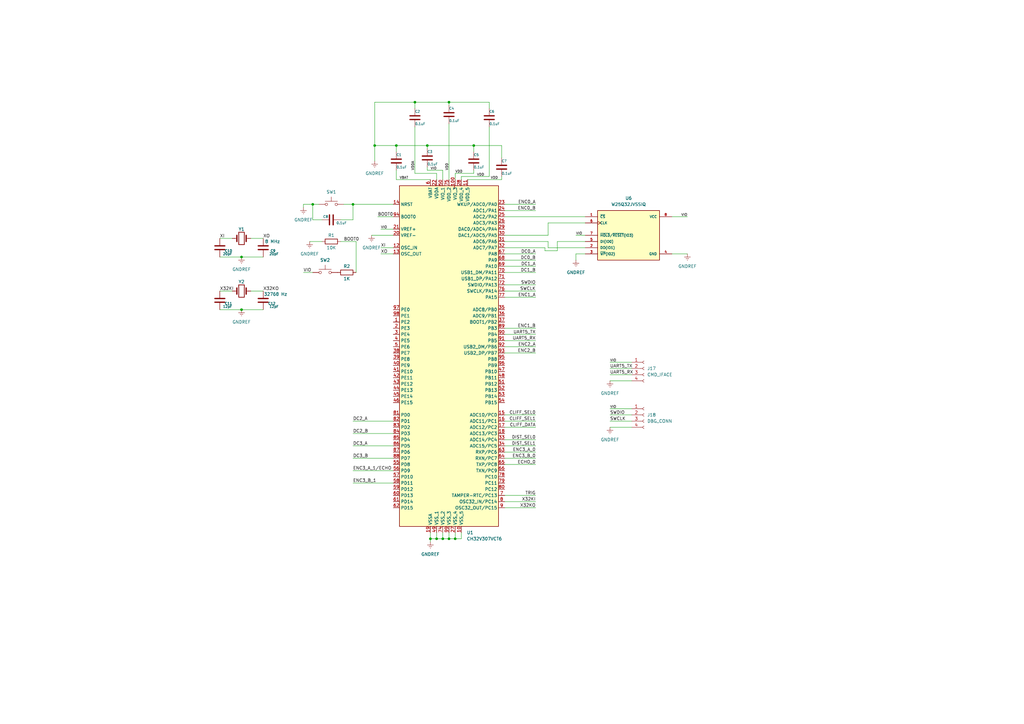
<source format=kicad_sch>
(kicad_sch (version 20230121) (generator eeschema)
  (paper "A3")
  (lib_symbols
    (symbol "Connector:Conn_01x04_Socket" (pin_names (offset 1.016) hide)
      (property "Reference" "J" (at 0 5.08 0))
      (property "Value" "Conn_01x04_Socket" (at 0 -7.62 0))
      (symbol "Conn_01x04_Socket_1_1"
        (arc (start 0 -4.572) (mid -0.5058 -5.08) (end 0 -5.588) (stroke (width 0.1524)))
        (arc (start 0 -2.032) (mid -0.5058 -2.54) (end 0 -3.048) (stroke (width 0.1524)))
        (polyline (pts (xy -1.27 -5.08) (xy -0.508 -5.08)) (stroke (width 0.1524)))
        (polyline (pts (xy -1.27 -2.54) (xy -0.508 -2.54)) (stroke (width 0.1524)))
        (polyline (pts (xy -1.27 0) (xy -0.508 0)) (stroke (width 0.1524)))
        (polyline (pts (xy -1.27 2.54) (xy -0.508 2.54)) (stroke (width 0.1524)))
        (arc (start 0 0.508) (mid -0.5058 0) (end 0 -0.508) (stroke (width 0.1524)))
        (arc (start 0 3.048) (mid -0.5058 2.54) (end 0 2.032) (stroke (width 0.1524)))
        (pin passive line (at -5.08 2.54 0) (length 3.81) (name "Pin_1") (number "1"))
        (pin passive line (at -5.08 0 0) (length 3.81) (name "Pin_2") (number "2"))
        (pin passive line (at -5.08 -2.54 0) (length 3.81) (name "Pin_3") (number "3"))
        (pin passive line (at -5.08 -5.08 0) (length 3.81) (name "Pin_4") (number "4"))
      )
    )
    (symbol "Device:C" (pin_numbers hide) (pin_names (offset 0.254))
      (property "Reference" "C" (at 0.635 2.54 0))
      (property "Value" "C" (at 0.635 -2.54 0))
      (symbol "C_0_1"
        (polyline (pts (xy -2.032 -0.762) (xy 2.032 -0.762)) (stroke (width 0.508)))
        (polyline (pts (xy -2.032 0.762) (xy 2.032 0.762)) (stroke (width 0.508)))
      )
      (symbol "C_1_1"
        (pin passive line (at 0 3.81 270) (length 2.794) (name "~") (number "1"))
        (pin passive line (at 0 -3.81 90) (length 2.794) (name "~") (number "2"))
      )
    )
    (symbol "Device:Crystal" (pin_numbers hide) (pin_names (offset 1.016) hide)
      (property "Reference" "Y" (at 0 3.81 0))
      (property "Value" "Crystal" (at 0 -3.81 0))
      (symbol "Crystal_0_1"
        (rectangle (start -1.143 2.54) (end 1.143 -2.54) (stroke (width 0.3048)))
        (polyline (pts (xy -2.54 0) (xy -1.905 0)))
        (polyline (pts (xy -1.905 -1.27) (xy -1.905 1.27)) (stroke (width 0.508)))
        (polyline (pts (xy 1.905 -1.27) (xy 1.905 1.27)) (stroke (width 0.508)))
        (polyline (pts (xy 2.54 0) (xy 1.905 0)))
      )
      (symbol "Crystal_1_1"
        (pin passive line (at -3.81 0 0) (length 1.27) (name "1") (number "1"))
        (pin passive line (at 3.81 0 180) (length 1.27) (name "2") (number "2"))
      )
    )
    (symbol "Device:R" (pin_numbers hide) (pin_names (offset 0))
      (property "Reference" "R" (at 2.032 0 90))
      (property "Value" "R" (at 0 0 90))
      (symbol "R_0_1"
        (rectangle (start -1.016 -2.54) (end 1.016 2.54) (stroke (width 0.254)))
      )
      (symbol "R_1_1"
        (pin passive line (at 0 3.81 270) (length 1.27) (name "~") (number "1"))
        (pin passive line (at 0 -3.81 90) (length 1.27) (name "~") (number "2"))
      )
    )
    (symbol "Switch:SW_Push" (pin_numbers hide) (pin_names (offset 1.016) hide)
      (property "Reference" "SW" (at 1.27 2.54 0))
      (property "Value" "SW_Push" (at 0 -1.524 0))
      (symbol "SW_Push_0_1"
        (circle (center -2.032 0) (radius 0.508))
        (polyline (pts (xy 0 1.27) (xy 0 3.048)))
        (polyline (pts (xy 2.54 1.27) (xy -2.54 1.27)))
        (circle (center 2.032 0) (radius 0.508))
        (pin passive line (at -5.08 0 0) (length 2.54) (name "1") (number "1"))
        (pin passive line (at 5.08 0 180) (length 2.54) (name "2") (number "2"))
      )
    )
    (symbol "power:GNDREF" (power) (pin_names (offset 0))
      (property "Value" "GND" (at 0 -3.81 0))
      (symbol "GNDREF_0_1"
        (polyline (pts (xy -0.635 -1.905) (xy 0.635 -1.905)))
        (polyline (pts (xy -0.127 -2.54) (xy 0.127 -2.54)))
        (polyline (pts (xy 0 -1.27) (xy 0 0)))
        (polyline (pts (xy 1.27 -1.27) (xy -1.27 -1.27)))
      )
      (symbol "GNDREF_1_1"
        (pin power_in line (at 0 0 270) (length 0) hide (name "GNDREF") (number "1"))
      )
    )
    (symbol "w25q32:W25Q32JVSSIQ" (pin_names (offset 1.016))
      (property "Reference" "U" (at -12.4723 10.945 0))
      (property "Value" "W25Q32JVSSIQ" (at -12.4744 -12.2198 0))
      (symbol "W25Q32JVSSIQ_0_0"
        (rectangle (start -12.7 -10.16) (end 12.7 10.16) (stroke (width 0.254)) (fill (type background)))
        (pin input line (at -17.78 7.62 0) (length 5.08) (name "~{CS}") (number "1"))
        (pin bidirectional line (at -17.78 -5.08 0) (length 5.08) (name "DO(IO1)") (number "2"))
        (pin bidirectional line (at -17.78 -7.62 0) (length 5.08) (name "~{WP}(IO2)") (number "3"))
        (pin power_in line (at 17.78 -7.62 180) (length 5.08) (name "GND") (number "4"))
        (pin bidirectional line (at -17.78 -2.54 0) (length 5.08) (name "DI(IO0)") (number "5"))
        (pin input clock (at -17.78 5.08 0) (length 5.08) (name "CLK") (number "6"))
        (pin bidirectional line (at -17.78 0 0) (length 5.08) (name "~{HOLD}/~{RESET}(IO3)") (number "7"))
        (pin power_in line (at 17.78 7.62 180) (length 5.08) (name "VCC") (number "8"))
      )
    )
    (symbol "wch_mcu:CH32V307VCT6"
      (property "Reference" "U" (at 57.15 -60.96 0))
      (property "Value" "CH32V307VCT6" (at 58.42 -63.5 0))
      (symbol "CH32V307VCT6_0_1"
        (rectangle (start -22.86 68.58) (end 17.78 -71.12) (stroke (width 0.254)) (fill (type background)))
      )
      (symbol "CH32V307VCT6_1_1"
        (pin bidirectional line (at -25.4 12.7 0) (length 2.54) (name "PE2") (number "1"))
        (pin power_in line (at 2.54 -73.66 90) (length 2.54) (name "VSS_5") (number "10"))
        (pin power_in line (at 5.08 71.12 270) (length 2.54) (name "VDD_5") (number "11"))
        (pin bidirectional line (at -25.4 43.18 0) (length 2.54) (name "OSC_IN") (number "12"))
        (pin bidirectional line (at -25.4 40.64 0) (length 2.54) (name "OSC_OUT") (number "13"))
        (pin bidirectional line (at -25.4 60.96 0) (length 2.54) (name "NRST") (number "14"))
        (pin bidirectional line (at 20.32 -25.4 180) (length 2.54) (name "ADC10/PC0") (number "15"))
        (pin bidirectional line (at 20.32 -27.94 180) (length 2.54) (name "ADC11/PC1") (number "16"))
        (pin bidirectional line (at 20.32 -30.48 180) (length 2.54) (name "ADC12/PC2") (number "17"))
        (pin bidirectional line (at 20.32 -33.02 180) (length 2.54) (name "ADC13/PC3") (number "18"))
        (pin power_in line (at -10.16 -73.66 90) (length 2.54) (name "VSSA") (number "19"))
        (pin bidirectional line (at -25.4 10.16 0) (length 2.54) (name "PE3") (number "2"))
        (pin power_in line (at -25.4 48.26 0) (length 2.54) (name "VREF-") (number "20"))
        (pin power_in line (at -25.4 50.8 0) (length 2.54) (name "VREF+") (number "21"))
        (pin power_in line (at -7.62 71.12 270) (length 2.54) (name "VDDA") (number "22"))
        (pin bidirectional line (at 20.32 60.96 180) (length 2.54) (name "WKUP/ADC0/PA0") (number "23"))
        (pin bidirectional line (at 20.32 58.42 180) (length 2.54) (name "ADC1/PA1") (number "24"))
        (pin bidirectional line (at 20.32 55.88 180) (length 2.54) (name "ADC2/PA2") (number "25"))
        (pin bidirectional line (at 20.32 53.34 180) (length 2.54) (name "ADC3/PA3") (number "26"))
        (pin power_in line (at 0 -73.66 90) (length 2.54) (name "VSS_4") (number "27"))
        (pin power_in line (at 2.54 71.12 270) (length 2.54) (name "VDD_4") (number "28"))
        (pin bidirectional line (at 20.32 50.8 180) (length 2.54) (name "DAC0/ADC4/PA4") (number "29"))
        (pin bidirectional line (at -25.4 7.62 0) (length 2.54) (name "PE4") (number "3"))
        (pin bidirectional line (at 20.32 48.26 180) (length 2.54) (name "DAC1/ADC5/PA5") (number "30"))
        (pin bidirectional line (at 20.32 45.72 180) (length 2.54) (name "ADC6/PA6") (number "31"))
        (pin bidirectional line (at 20.32 43.18 180) (length 2.54) (name "ADC7/PA7") (number "32"))
        (pin bidirectional line (at 20.32 -35.56 180) (length 2.54) (name "ADC14/PC4") (number "33"))
        (pin bidirectional line (at 20.32 -38.1 180) (length 2.54) (name "ADC15/PC5") (number "34"))
        (pin bidirectional line (at 20.32 17.78 180) (length 2.54) (name "ADC8/PB0") (number "35"))
        (pin bidirectional line (at 20.32 15.24 180) (length 2.54) (name "ADC9/PB1") (number "36"))
        (pin bidirectional line (at 20.32 12.7 180) (length 2.54) (name "BOOT1/PB2") (number "37"))
        (pin bidirectional line (at -25.4 0 0) (length 2.54) (name "PE7") (number "38"))
        (pin bidirectional line (at -25.4 -2.54 0) (length 2.54) (name "PE8") (number "39"))
        (pin bidirectional line (at -25.4 5.08 0) (length 2.54) (name "PE5") (number "4"))
        (pin bidirectional line (at -25.4 -5.08 0) (length 2.54) (name "PE9") (number "40"))
        (pin bidirectional line (at -25.4 -7.62 0) (length 2.54) (name "PE10") (number "41"))
        (pin bidirectional line (at -25.4 -10.16 0) (length 2.54) (name "PE11") (number "42"))
        (pin bidirectional line (at -25.4 -12.7 0) (length 2.54) (name "PE12") (number "43"))
        (pin bidirectional line (at -25.4 -15.24 0) (length 2.54) (name "PE13") (number "44"))
        (pin bidirectional line (at -25.4 -17.78 0) (length 2.54) (name "PE14") (number "45"))
        (pin bidirectional line (at -25.4 -20.32 0) (length 2.54) (name "PE15") (number "46"))
        (pin bidirectional line (at 20.32 -7.62 180) (length 2.54) (name "PB10") (number "47"))
        (pin bidirectional line (at 20.32 -10.16 180) (length 2.54) (name "PB11") (number "48"))
        (pin power_in line (at -7.62 -73.66 90) (length 2.54) (name "VSS_1") (number "49"))
        (pin bidirectional line (at -25.4 2.54 0) (length 2.54) (name "PE6") (number "5"))
        (pin power_in line (at -5.08 71.12 270) (length 2.54) (name "VIO_1") (number "50"))
        (pin bidirectional line (at 20.32 -12.7 180) (length 2.54) (name "PB12") (number "51"))
        (pin bidirectional line (at 20.32 -15.24 180) (length 2.54) (name "PB13") (number "52"))
        (pin bidirectional line (at 20.32 -17.78 180) (length 2.54) (name "PB14") (number "53"))
        (pin bidirectional line (at 20.32 -20.32 180) (length 2.54) (name "PB15") (number "54"))
        (pin bidirectional line (at -25.4 -45.72 0) (length 2.54) (name "PD8") (number "55"))
        (pin bidirectional line (at -25.4 -48.26 0) (length 2.54) (name "PD9") (number "56"))
        (pin bidirectional line (at -25.4 -50.8 0) (length 2.54) (name "PD10") (number "57"))
        (pin bidirectional line (at -25.4 -53.34 0) (length 2.54) (name "PD11") (number "58"))
        (pin bidirectional line (at -25.4 -55.88 0) (length 2.54) (name "PD12") (number "59"))
        (pin power_in line (at -10.16 71.12 270) (length 2.54) (name "VBAT") (number "6"))
        (pin bidirectional line (at -25.4 -58.42 0) (length 2.54) (name "PD13") (number "60"))
        (pin bidirectional line (at -25.4 -60.96 0) (length 2.54) (name "PD14") (number "61"))
        (pin bidirectional line (at -25.4 -63.5 0) (length 2.54) (name "PD15") (number "62"))
        (pin bidirectional line (at 20.32 -40.64 180) (length 2.54) (name "RXP/PC6") (number "63"))
        (pin bidirectional line (at 20.32 -43.18 180) (length 2.54) (name "RXN/PC7") (number "64"))
        (pin bidirectional line (at 20.32 -45.72 180) (length 2.54) (name "TXP/PC8") (number "65"))
        (pin bidirectional line (at 20.32 -48.26 180) (length 2.54) (name "TXN/PC9") (number "66"))
        (pin bidirectional line (at 20.32 40.64 180) (length 2.54) (name "PA8") (number "67"))
        (pin bidirectional line (at 20.32 38.1 180) (length 2.54) (name "PA9") (number "68"))
        (pin bidirectional line (at 20.32 35.56 180) (length 2.54) (name "PA10") (number "69"))
        (pin bidirectional line (at 20.32 -58.42 180) (length 2.54) (name "TAMPER-RTC/PC13") (number "7"))
        (pin bidirectional line (at 20.32 33.02 180) (length 2.54) (name "USB1_DM/PA11") (number "70"))
        (pin bidirectional line (at 20.32 30.48 180) (length 2.54) (name "USB1_DP/PA12") (number "71"))
        (pin bidirectional line (at 20.32 27.94 180) (length 2.54) (name "SWDIO/PA13") (number "72"))
        (pin no_connect line (at -25.4 22.86 0) (length 2.54) hide (name "NC") (number "73"))
        (pin power_in line (at -5.08 -73.66 90) (length 2.54) (name "VSS_2") (number "74"))
        (pin power_in line (at -2.54 71.12 270) (length 2.54) (name "VDD_2") (number "75"))
        (pin bidirectional line (at 20.32 25.4 180) (length 2.54) (name "SWCLK/PA14") (number "76"))
        (pin bidirectional line (at 20.32 22.86 180) (length 2.54) (name "PA15") (number "77"))
        (pin bidirectional line (at 20.32 -50.8 180) (length 2.54) (name "PC10") (number "78"))
        (pin bidirectional line (at 20.32 -53.34 180) (length 2.54) (name "PC11") (number "79"))
        (pin bidirectional line (at 20.32 -60.96 180) (length 2.54) (name "OSC32_IN/PC14") (number "8"))
        (pin bidirectional line (at 20.32 -55.88 180) (length 2.54) (name "PC12") (number "80"))
        (pin bidirectional line (at -25.4 -25.4 0) (length 2.54) (name "PD0") (number "81"))
        (pin bidirectional line (at -25.4 -27.94 0) (length 2.54) (name "PD1") (number "82"))
        (pin bidirectional line (at -25.4 -30.48 0) (length 2.54) (name "PD2") (number "83"))
        (pin bidirectional line (at -25.4 -33.02 0) (length 2.54) (name "PD3") (number "84"))
        (pin bidirectional line (at -25.4 -35.56 0) (length 2.54) (name "PD4") (number "85"))
        (pin bidirectional line (at -25.4 -38.1 0) (length 2.54) (name "PD5") (number "86"))
        (pin bidirectional line (at -25.4 -40.64 0) (length 2.54) (name "PD6") (number "87"))
        (pin bidirectional line (at -25.4 -43.18 0) (length 2.54) (name "PD7") (number "88"))
        (pin bidirectional line (at 20.32 10.16 180) (length 2.54) (name "PB3") (number "89"))
        (pin bidirectional line (at 20.32 -63.5 180) (length 2.54) (name "OSC32_OUT/PC15") (number "9"))
        (pin bidirectional line (at 20.32 7.62 180) (length 2.54) (name "PB4") (number "90"))
        (pin bidirectional line (at 20.32 5.08 180) (length 2.54) (name "PB5") (number "91"))
        (pin bidirectional line (at 20.32 2.54 180) (length 2.54) (name "USB2_DM/PB6") (number "92"))
        (pin bidirectional line (at 20.32 0 180) (length 2.54) (name "USB2_DP/PB7") (number "93"))
        (pin bidirectional line (at -25.4 55.88 0) (length 2.54) (name "BOOT0") (number "94"))
        (pin bidirectional line (at 20.32 -2.54 180) (length 2.54) (name "PB8") (number "95"))
        (pin bidirectional line (at 20.32 -5.08 180) (length 2.54) (name "PB9") (number "96"))
        (pin bidirectional line (at -25.4 17.78 0) (length 2.54) (name "PE0") (number "97"))
        (pin bidirectional line (at -25.4 15.24 0) (length 2.54) (name "PE1") (number "98"))
        (pin power_in line (at -2.54 -73.66 90) (length 2.54) (name "VSS_3") (number "99"))
        (pin power_in line (at 0 71.12 270) (length 2.54) (name "VIO_3") (number "_100"))
      )
    )
  )
  (junction (at 184.15 220.98))
  (junction (at 175.26 59.69))
  (junction (at 128.27 83.82))
  (junction (at 176.53 220.98))
  (junction (at 184.15 41.91))
  (junction (at 144.78 83.82))
  (junction (at 186.69 220.98))
  (junction (at 181.61 220.98))
  (junction (at 153.67 59.69))
  (junction (at 99.06 127))
  (junction (at 162.56 59.69))
  (junction (at 194.31 59.69))
  (junction (at 99.06 105.41))
  (junction (at 170.18 41.91))
  (junction (at 179.07 220.98))
  (wire (pts (xy 189.23 218.44) (xy 189.23 220.98)))
  (wire (pts (xy 124.46 111.76) (xy 128.27 111.76)))
  (wire (pts (xy 207.01 185.42) (xy 219.71 185.42)))
  (wire (pts (xy 223.52 101.6) (xy 207.01 101.6)))
  (wire (pts (xy 200.66 52.07) (xy 200.66 72.39)))
  (wire (pts (xy 250.19 167.64) (xy 259.08 167.64)))
  (wire (pts (xy 179.07 71.12) (xy 179.07 73.66)))
  (wire (pts (xy 207.01 111.76) (xy 219.71 111.76)))
  (wire (pts (xy 179.07 218.44) (xy 179.07 220.98)))
  (wire (pts (xy 205.74 59.69) (xy 205.74 64.77)))
  (wire (pts (xy 184.15 218.44) (xy 184.15 220.98)))
  (wire (pts (xy 181.61 220.98) (xy 179.07 220.98)))
  (wire (pts (xy 205.74 73.66) (xy 191.77 73.66)))
  (wire (pts (xy 194.31 71.12) (xy 194.31 69.85)))
  (wire (pts (xy 156.21 93.98) (xy 161.29 93.98)))
  (wire (pts (xy 102.87 119.38) (xy 107.95 119.38)))
  (wire (pts (xy 144.78 83.82) (xy 161.29 83.82)))
  (wire (pts (xy 139.7 90.17) (xy 144.78 90.17)))
  (wire (pts (xy 186.69 71.12) (xy 186.69 73.66)))
  (wire (pts (xy 170.18 71.12) (xy 179.07 71.12)))
  (wire (pts (xy 152.4 96.52) (xy 161.29 96.52)))
  (wire (pts (xy 194.31 59.69) (xy 194.31 62.23)))
  (wire (pts (xy 184.15 41.91) (xy 184.15 43.18)))
  (wire (pts (xy 162.56 73.66) (xy 176.53 73.66)))
  (wire (pts (xy 207.01 96.52) (xy 224.79 96.52)))
  (wire (pts (xy 207.01 104.14) (xy 219.71 104.14)))
  (wire (pts (xy 179.07 220.98) (xy 176.53 220.98)))
  (wire (pts (xy 250.19 170.18) (xy 259.08 170.18)))
  (wire (pts (xy 207.01 137.16) (xy 219.71 137.16)))
  (wire (pts (xy 144.78 198.12) (xy 161.29 198.12)))
  (wire (pts (xy 207.01 187.96) (xy 219.71 187.96)))
  (wire (pts (xy 184.15 41.91) (xy 200.66 41.91)))
  (wire (pts (xy 240.03 101.6) (xy 224.79 101.6)))
  (wire (pts (xy 102.87 97.79) (xy 107.95 97.79)))
  (wire (pts (xy 223.52 102.87) (xy 223.52 101.6)))
  (wire (pts (xy 224.79 99.06) (xy 207.01 99.06)))
  (wire (pts (xy 207.01 190.5) (xy 219.71 190.5)))
  (wire (pts (xy 144.78 182.88) (xy 161.29 182.88)))
  (wire (pts (xy 207.01 170.18) (xy 219.71 170.18)))
  (wire (pts (xy 99.06 127) (xy 107.95 127)))
  (wire (pts (xy 207.01 144.78) (xy 219.71 144.78)))
  (wire (pts (xy 207.01 106.68) (xy 219.71 106.68)))
  (wire (pts (xy 130.81 83.82) (xy 128.27 83.82)))
  (wire (pts (xy 132.08 90.17) (xy 128.27 90.17)))
  (wire (pts (xy 200.66 41.91) (xy 200.66 44.45)))
  (wire (pts (xy 175.26 69.85) (xy 181.61 69.85)))
  (wire (pts (xy 144.78 187.96) (xy 161.29 187.96)))
  (wire (pts (xy 154.94 88.9) (xy 161.29 88.9)))
  (wire (pts (xy 189.23 72.39) (xy 200.66 72.39)))
  (wire (pts (xy 144.78 172.72) (xy 161.29 172.72)))
  (wire (pts (xy 207.01 208.28) (xy 219.71 208.28)))
  (wire (pts (xy 144.78 177.8) (xy 161.29 177.8)))
  (wire (pts (xy 224.79 96.52) (xy 224.79 91.44)))
  (wire (pts (xy 175.26 68.58) (xy 175.26 69.85)))
  (wire (pts (xy 184.15 220.98) (xy 181.61 220.98)))
  (wire (pts (xy 128.27 90.17) (xy 128.27 83.82)))
  (wire (pts (xy 207.01 142.24) (xy 219.71 142.24)))
  (wire (pts (xy 224.79 91.44) (xy 240.03 91.44)))
  (wire (pts (xy 140.97 83.82) (xy 144.78 83.82)))
  (wire (pts (xy 207.01 175.26) (xy 219.71 175.26)))
  (wire (pts (xy 207.01 203.2) (xy 219.71 203.2)))
  (wire (pts (xy 207.01 139.7) (xy 219.71 139.7)))
  (wire (pts (xy 228.6 102.87) (xy 223.52 102.87)))
  (wire (pts (xy 175.26 59.69) (xy 194.31 59.69)))
  (wire (pts (xy 153.67 41.91) (xy 170.18 41.91)))
  (wire (pts (xy 224.79 101.6) (xy 224.79 99.06)))
  (wire (pts (xy 162.56 59.69) (xy 153.67 59.69)))
  (wire (pts (xy 99.06 105.41) (xy 107.95 105.41)))
  (wire (pts (xy 250.19 172.72) (xy 259.08 172.72)))
  (wire (pts (xy 170.18 41.91) (xy 170.18 44.45)))
  (wire (pts (xy 162.56 69.85) (xy 162.56 73.66)))
  (wire (pts (xy 236.22 96.52) (xy 240.03 96.52)))
  (wire (pts (xy 205.74 72.39) (xy 205.74 73.66)))
  (wire (pts (xy 181.61 218.44) (xy 181.61 220.98)))
  (wire (pts (xy 176.53 218.44) (xy 176.53 220.98)))
  (wire (pts (xy 90.17 127) (xy 99.06 127)))
  (wire (pts (xy 170.18 41.91) (xy 184.15 41.91)))
  (wire (pts (xy 250.19 156.21) (xy 259.08 156.21)))
  (wire (pts (xy 207.01 121.92) (xy 219.71 121.92)))
  (wire (pts (xy 176.53 220.98) (xy 176.53 222.25)))
  (wire (pts (xy 207.01 119.38) (xy 219.71 119.38)))
  (wire (pts (xy 240.03 104.14) (xy 236.22 104.14)))
  (wire (pts (xy 146.05 99.06) (xy 146.05 111.76)))
  (wire (pts (xy 189.23 220.98) (xy 186.69 220.98)))
  (wire (pts (xy 139.7 99.06) (xy 146.05 99.06)))
  (wire (pts (xy 95.25 119.38) (xy 90.17 119.38)))
  (wire (pts (xy 175.26 59.69) (xy 175.26 60.96)))
  (wire (pts (xy 186.69 71.12) (xy 194.31 71.12)))
  (wire (pts (xy 144.78 90.17) (xy 144.78 83.82)))
  (wire (pts (xy 162.56 59.69) (xy 175.26 59.69)))
  (wire (pts (xy 207.01 83.82) (xy 219.71 83.82)))
  (wire (pts (xy 207.01 109.22) (xy 219.71 109.22)))
  (wire (pts (xy 275.59 104.14) (xy 281.94 104.14)))
  (wire (pts (xy 207.01 88.9) (xy 240.03 88.9)))
  (wire (pts (xy 250.19 148.59) (xy 259.08 148.59)))
  (wire (pts (xy 156.21 104.14) (xy 161.29 104.14)))
  (wire (pts (xy 189.23 72.39) (xy 189.23 73.66)))
  (wire (pts (xy 128.27 83.82) (xy 124.46 83.82)))
  (wire (pts (xy 240.03 99.06) (xy 228.6 99.06)))
  (wire (pts (xy 250.19 153.67) (xy 259.08 153.67)))
  (wire (pts (xy 194.31 59.69) (xy 205.74 59.69)))
  (wire (pts (xy 207.01 180.34) (xy 219.71 180.34)))
  (wire (pts (xy 207.01 134.62) (xy 219.71 134.62)))
  (wire (pts (xy 90.17 105.41) (xy 99.06 105.41)))
  (wire (pts (xy 162.56 59.69) (xy 162.56 62.23)))
  (wire (pts (xy 153.67 41.91) (xy 153.67 59.69)))
  (wire (pts (xy 207.01 182.88) (xy 219.71 182.88)))
  (wire (pts (xy 236.22 104.14) (xy 236.22 106.68)))
  (wire (pts (xy 181.61 69.85) (xy 181.61 73.66)))
  (wire (pts (xy 186.69 220.98) (xy 184.15 220.98)))
  (wire (pts (xy 207.01 172.72) (xy 219.71 172.72)))
  (wire (pts (xy 156.21 101.6) (xy 161.29 101.6)))
  (wire (pts (xy 228.6 99.06) (xy 228.6 102.87)))
  (wire (pts (xy 275.59 88.9) (xy 281.94 88.9)))
  (wire (pts (xy 207.01 86.36) (xy 219.71 86.36)))
  (wire (pts (xy 170.18 52.07) (xy 170.18 71.12)))
  (wire (pts (xy 144.78 193.04) (xy 161.29 193.04)))
  (wire (pts (xy 186.69 218.44) (xy 186.69 220.98)))
  (wire (pts (xy 127 99.06) (xy 132.08 99.06)))
  (wire (pts (xy 207.01 116.84) (xy 219.71 116.84)))
  (wire (pts (xy 90.17 97.79) (xy 95.25 97.79)))
  (wire (pts (xy 250.19 175.26) (xy 259.08 175.26)))
  (wire (pts (xy 250.19 151.13) (xy 259.08 151.13)))
  (wire (pts (xy 153.67 59.69) (xy 153.67 66.04)))
  (wire (pts (xy 184.15 50.8) (xy 184.15 73.66)))
  (wire (pts (xy 124.46 83.82) (xy 124.46 85.09)))
  (wire (pts (xy 207.01 205.74) (xy 219.71 205.74)))
  (label "VDDA" (at 170.18 69.85 90) (effects (font (size 1 1))))
  (label "CLIFF_SEL0" (at 219.71 170.18 180))
  (label "DC3_B" (at 144.78 187.96 0))
  (label "XO" (at 107.95 97.79 0))
  (label "VIO" (at 176.53 69.85 0) (effects (font (size 1 1))))
  (label "ENC0_A" (at 219.71 83.82 180))
  (label "X32KO" (at 219.71 208.28 180))
  (label "SWDIO" (at 250.19 170.18 0))
  (label "XI" (at 156.21 101.6 0))
  (label "XO" (at 156.21 104.14 0))
  (label "VIO" (at 124.46 111.76 0))
  (label "BOOT0" (at 154.94 88.9 0))
  (label "ENC2_B" (at 219.71 144.78 180))
  (label "X32KI" (at 90.17 119.38 0))
  (label "DC1_A" (at 219.71 109.22 180))
  (label "VIO" (at 250.19 148.59 0) (effects (font (size 1 1))))
  (label "UART5_TX" (at 219.71 137.16 180))
  (label "VIO" (at 156.21 93.98 0) (effects (font (size 1 1))))
  (label "ENC0_B" (at 219.71 86.36 180))
  (label "UART5_TX" (at 250.19 151.13 0))
  (label "VDD" (at 184.15 69.85 90) (effects (font (size 1 1))))
  (label "ENC2_A" (at 219.71 142.24 180))
  (label "VDD" (at 195.58 72.39 0) (effects (font (size 1 1))))
  (label "ENC1_A" (at 219.71 121.92 180))
  (label "SWCLK" (at 219.71 119.38 180))
  (label "VIO" (at 236.22 96.52 0) (effects (font (size 1 1))))
  (label "X32KO" (at 107.95 119.38 0))
  (label "DIST_SEL1" (at 219.71 182.88 180))
  (label "VDD" (at 186.69 71.12 0) (effects (font (size 1 1))))
  (label "BOOT0" (at 140.97 99.06 0))
  (label "CLIFF_DATA" (at 219.71 175.26 180))
  (label "ENC3_A_1{slash}ECHO" (at 144.78 193.04 0))
  (label "DC0_A" (at 219.71 104.14 180))
  (label "ENC3_A_0" (at 219.71 185.42 180))
  (label "DC1_B" (at 219.71 111.76 180))
  (label "DC0_B" (at 219.71 106.68 180))
  (label "ENC1_B" (at 219.71 134.62 180))
  (label "DIST_SEL0" (at 219.71 180.34 180))
  (label "UART5_RX" (at 250.19 153.67 0))
  (label "ENC3_B_1" (at 144.78 198.12 0))
  (label "SWDIO" (at 219.71 116.84 180))
  (label "DC3_A" (at 144.78 182.88 0))
  (label "SWCLK" (at 250.19 172.72 0))
  (label "XI" (at 90.17 97.79 0))
  (label "VBAT" (at 163.83 73.66 0) (effects (font (size 1 1))))
  (label "UART5_RX" (at 219.71 139.7 180))
  (label "DC2_B" (at 144.78 177.8 0))
  (label "VIO" (at 281.94 88.9 180) (effects (font (size 1 1))))
  (label "VIO" (at 250.19 167.64 0) (effects (font (size 1 1))))
  (label "X32KI" (at 219.71 205.74 180))
  (label "VDD" (at 201.2124 73.66 0) (effects (font (size 1 1))))
  (label "CLIFF_SEL1" (at 219.71 172.72 180))
  (label "ENC3_B_0" (at 219.71 187.96 180))
  (label "ECHO_0" (at 219.71 190.5 180))
  (label "DC2_A" (at 144.78 172.72 0))
  (label "TRIG" (at 219.71 203.2 180))
  (symbol (lib_id "Device:C") (at 135.89 90.17 90) (unit 1)
    (property "Reference" "C8" (at 134.62 88.9 90) (effects (font (size 1 1)) (justify left)))
    (property "Value" "0.1uF" (at 142.24 91.44 90) (effects (font (size 1 1)) (justify left)))
  )
  (symbol (lib_id "wch_mcu:CH32V307VCT6") (at 186.69 144.78 0) (unit 1)
    (property "Reference" "U1" (at 191.4241 218.44 0) (effects (justify left)))
    (property "Value" "CH32V307VCT6" (at 191.4241 220.98 0) (effects (justify left)))
  )
  (symbol (lib_id "power:GNDREF") (at 250.19 175.26 0) (unit 1)
    (property "Reference" "#PWR030" (effects hide))
    (property "Value" "GND" (at 250.19 180.34 0))
  )
  (symbol (lib_id "power:GNDREF") (at 124.46 85.09 0) (unit 1)
    (property "Reference" "#PWR04" (effects hide))
    (property "Value" "GND" (at 124.46 90.17 0))
  )
  (symbol (lib_id "power:GNDREF") (at 281.94 104.14 0) (unit 1)
    (property "Reference" "#PWR019" (effects hide))
    (property "Value" "GND" (at 281.94 109.22 0))
  )
  (symbol (lib_id "power:GNDREF") (at 99.06 105.41 0) (unit 1)
    (property "Reference" "#PWR05" (effects hide))
    (property "Value" "GND" (at 99.06 110.49 0))
  )
  (symbol (lib_id "power:GNDREF") (at 99.06 127 0) (unit 1)
    (property "Reference" "#PWR06" (effects hide))
    (property "Value" "GND" (at 99.06 132.08 0))
  )
  (symbol (lib_id "Device:Crystal") (at 99.06 119.38 0) (unit 1)
    (property "Reference" "Y2" (at 99.06 115.57 0))
    (property "Value" "32768 Hz" (at 113.03 120.65 0))
  )
  (symbol (lib_id "power:GNDREF") (at 250.19 156.21 0) (unit 1)
    (property "Reference" "#PWR029" (effects hide))
    (property "Value" "GND" (at 250.19 161.29 0))
  )
  (symbol (lib_id "Device:C") (at 170.18 48.26 0) (unit 1)
    (property "Reference" "C2" (at 170.18 45.72 0) (effects (font (size 1 1)) (justify left)))
    (property "Value" "0.1uF" (at 170.18 50.8 0) (effects (font (size 1 1)) (justify left)))
  )
  (symbol (lib_id "Device:C") (at 162.56 66.04 0) (unit 1)
    (property "Reference" "C1" (at 162.56 63.5 0) (effects (font (size 1 1)) (justify left)))
    (property "Value" "0.1uF" (at 162.56 68.58 0) (effects (font (size 1 1)) (justify left)))
  )
  (symbol (lib_id "power:GNDREF") (at 236.22 106.68 0) (unit 1)
    (property "Reference" "#PWR027" (effects hide))
    (property "Value" "GND" (at 236.22 111.76 0))
  )
  (symbol (lib_id "Device:Crystal") (at 99.06 97.79 0) (unit 1)
    (property "Reference" "Y1" (at 99.06 93.98 0))
    (property "Value" "8 MHz" (at 111.76 99.06 0))
  )
  (symbol (lib_id "Switch:SW_Push") (at 133.35 111.76 0) (unit 1)
    (property "Reference" "SW2" (at 133.35 106.68 0))
    (property "Value" "SW_Push" (effects hide))
  )
  (symbol (lib_id "Device:C") (at 200.66 48.26 0) (unit 1)
    (property "Reference" "C6" (at 200.66 45.72 0) (effects (font (size 1 1)) (justify left)))
    (property "Value" "0.1uF" (at 200.66 50.8 0) (effects (font (size 1 1)) (justify left)))
  )
  (symbol (lib_id "Switch:SW_Push") (at 135.89 83.82 0) (unit 1)
    (property "Reference" "SW1" (at 135.89 78.74 0))
    (property "Value" "SW_Push" (effects hide))
  )
  (symbol (lib_id "Connector:Conn_01x04_Socket") (at 264.16 151.13 0) (unit 1)
    (property "Reference" "J17" (at 265.43 151.13 0) (effects (justify left)))
    (property "Value" "CMD_IFACE" (at 265.43 153.67 0) (effects (justify left)))
  )
  (symbol (lib_id "Device:C") (at 194.31 66.04 0) (unit 1)
    (property "Reference" "C5" (at 194.31 63.5 0) (effects (font (size 1 1)) (justify left)))
    (property "Value" "0.1uF" (at 194.31 68.58 0) (effects (font (size 1 1)) (justify left)))
  )
  (symbol (lib_id "power:GNDREF") (at 127 99.06 0) (unit 1)
    (property "Reference" "#PWR03" (effects hide))
    (property "Value" "GND" (at 127 104.14 0))
  )
  (symbol (lib_id "power:GNDREF") (at 152.4 96.52 0) (unit 1)
    (property "Reference" "#PWR028" (effects hide))
    (property "Value" "GND" (at 152.4 101.6 0))
  )
  (symbol (lib_id "Device:C") (at 205.74 68.58 0) (unit 1)
    (property "Reference" "C7" (at 205.74 66.04 0) (effects (font (size 1 1)) (justify left)))
    (property "Value" "0.1uF" (at 205.74 71.12 0) (effects (font (size 1 1)) (justify left)))
  )
  (symbol (lib_id "power:GNDREF") (at 153.67 66.04 0) (unit 1)
    (property "Reference" "#PWR01" (effects hide))
    (property "Value" "GND" (at 153.67 71.12 0))
  )
  (symbol (lib_id "w25q32:W25Q32JVSSIQ") (at 257.81 96.52 0) (unit 1)
    (property "Reference" "U6" (at 257.81 81.28 0))
    (property "Value" "W25Q32JVSSIQ" (at 257.81 83.82 0))
    (property "Footprint" "W25Q32JVSSIQ:SOIC127P790X216-8N" (effects hide))
    (property "MF" "Winbond" (effects hide))
    (property "Description" "\nFLASH - NOR Memory IC 32Mb (4M x 8) SPI - Quad I/O 133 MHz 8-SOIC\n" (effects hide))
    (property "Package" "SOIC-8 Winbond" (effects hide))
    (property "Price" "None" (effects hide))
    (property "Check_prices" "https://www.snapeda.com/parts/W25Q32JVSSIQ/Winbond+Electronics/view-part/?ref=eda" (effects hide))
    (property "SnapEDA_Link" "https://www.snapeda.com/parts/W25Q32JVSSIQ/Winbond+Electronics/view-part/?ref=snap" (effects hide))
    (property "MP" "W25Q32JVSSIQ" (effects hide))
    (property "Purchase-URL" "https://www.snapeda.com/api/url_track_click_mouser/?unipart_id=596953&manufacturer=Winbond&part_name=W25Q32JVSSIQ&search_term=None" (effects hide))
    (property "Availability" "In Stock" (effects hide))
    (property "MANUFACTURER" "Winbond" (effects hide))
  )
  (symbol (lib_id "Device:C") (at 184.15 46.99 0) (unit 1)
    (property "Reference" "C4" (at 184.15 44.45 0) (effects (font (size 1 1)) (justify left)))
    (property "Value" "0.1uF" (at 184.15 49.53 0) (effects (font (size 1 1)) (justify left)))
  )
  (symbol (lib_id "Device:C") (at 175.26 64.77 0) (unit 1)
    (property "Reference" "C3" (at 175.26 62.23 0) (effects (font (size 1 1)) (justify left)))
    (property "Value" "0.1uF" (at 175.26 67.31 0) (effects (font (size 1 1)) (justify left)))
  )
  (symbol (lib_id "Device:C") (at 90.17 123.19 180) (unit 1)
    (property "Reference" "C11" (at 95.25 124.46 0) (effects (font (size 1 1)) (justify left)))
    (property "Value" "12pF" (at 95.25 125.73 0) (effects (font (size 1 1)) (justify left)))
  )
  (symbol (lib_id "Connector:Conn_01x04_Socket") (at 264.16 170.18 0) (unit 1)
    (property "Reference" "J18" (at 265.43 170.18 0) (effects (justify left)))
    (property "Value" "DBG_CONN" (at 265.43 172.72 0) (effects (justify left)))
  )
  (symbol (lib_id "Device:C") (at 107.95 123.19 180) (unit 1)
    (property "Reference" "C12" (at 113.03 124.46 0) (effects (font (size 1 1)) (justify left)))
    (property "Value" "12pF" (at 114.3 125.73 0) (effects (font (size 1 1)) (justify left)))
  )
  (symbol (lib_id "Device:C") (at 90.17 101.6 180) (unit 1)
    (property "Reference" "C10" (at 95.25 102.87 0) (effects (font (size 1 1)) (justify left)))
    (property "Value" "20pF" (at 95.25 104.14 0) (effects (font (size 1 1)) (justify left)))
  )
  (symbol (lib_id "Device:R") (at 142.24 111.76 90) (unit 1)
    (property "Reference" "R2" (at 142.24 109.22 90))
    (property "Value" "1K" (at 142.24 114.3 90))
  )
  (symbol (lib_id "Device:R") (at 135.89 99.06 90) (unit 1)
    (property "Reference" "R1" (at 135.89 96.52 90))
    (property "Value" "10K" (at 135.89 101.6 90))
  )
  (symbol (lib_id "power:GNDREF") (at 176.53 222.25 0) (unit 1)
    (property "Reference" "#PWR02" (effects hide))
    (property "Value" "GND" (at 176.53 227.33 0))
  )
  (symbol (lib_id "Device:C") (at 107.95 101.6 180) (unit 1)
    (property "Reference" "C9" (at 113.03 102.87 0) (effects (font (size 1 1)) (justify left)))
    (property "Value" "20pF" (at 114.3 104.14 0) (effects (font (size 1 1)) (justify left)))
  )
)
</source>
